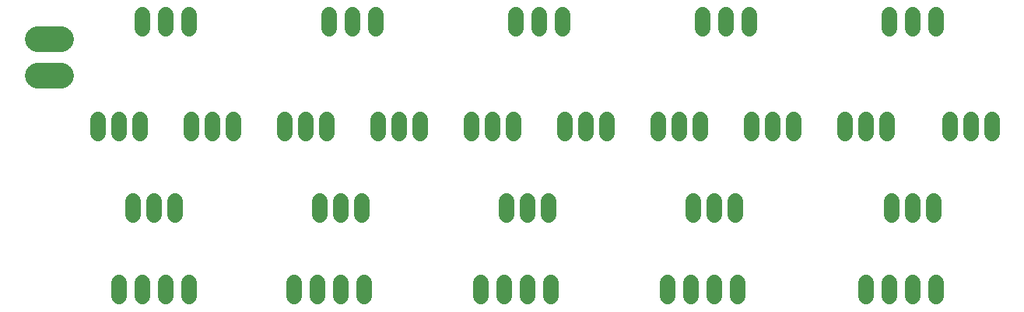
<source format=gbr>
G04 EAGLE Gerber RS-274X export*
G75*
%MOMM*%
%FSLAX34Y34*%
%LPD*%
%INSoldermask Top*%
%IPPOS*%
%AMOC8*
5,1,8,0,0,1.08239X$1,22.5*%
G01*
%ADD10C,1.727200*%
%ADD11C,1.711200*%
%ADD12C,2.753200*%


D10*
X243840Y322580D02*
X243840Y337820D01*
X266700Y337820D02*
X266700Y322580D01*
X289560Y322580D02*
X289560Y337820D01*
X342900Y436880D02*
X342900Y452120D01*
X317500Y452120D02*
X317500Y436880D01*
X292100Y436880D02*
X292100Y452120D01*
D11*
X266700Y159940D02*
X266700Y144860D01*
X292100Y144860D02*
X292100Y159940D01*
X317500Y159940D02*
X317500Y144860D01*
X342900Y144860D02*
X342900Y159940D01*
D10*
X281940Y233680D02*
X281940Y248920D01*
X304800Y248920D02*
X304800Y233680D01*
X327660Y233680D02*
X327660Y248920D01*
X345440Y322580D02*
X345440Y337820D01*
X368300Y337820D02*
X368300Y322580D01*
X391160Y322580D02*
X391160Y337820D01*
X447040Y337820D02*
X447040Y322580D01*
X469900Y322580D02*
X469900Y337820D01*
X492760Y337820D02*
X492760Y322580D01*
X546100Y436880D02*
X546100Y452120D01*
X520700Y452120D02*
X520700Y436880D01*
X495300Y436880D02*
X495300Y452120D01*
D11*
X457200Y159940D02*
X457200Y144860D01*
X482600Y144860D02*
X482600Y159940D01*
X508000Y159940D02*
X508000Y144860D01*
X533400Y144860D02*
X533400Y159940D01*
D10*
X485140Y233680D02*
X485140Y248920D01*
X508000Y248920D02*
X508000Y233680D01*
X530860Y233680D02*
X530860Y248920D01*
X548640Y322580D02*
X548640Y337820D01*
X571500Y337820D02*
X571500Y322580D01*
X594360Y322580D02*
X594360Y337820D01*
X650240Y337820D02*
X650240Y322580D01*
X673100Y322580D02*
X673100Y337820D01*
X695960Y337820D02*
X695960Y322580D01*
X749300Y436880D02*
X749300Y452120D01*
X723900Y452120D02*
X723900Y436880D01*
X698500Y436880D02*
X698500Y452120D01*
D11*
X660400Y159940D02*
X660400Y144860D01*
X685800Y144860D02*
X685800Y159940D01*
X711200Y159940D02*
X711200Y144860D01*
X736600Y144860D02*
X736600Y159940D01*
D10*
X688340Y233680D02*
X688340Y248920D01*
X711200Y248920D02*
X711200Y233680D01*
X734060Y233680D02*
X734060Y248920D01*
X751840Y322580D02*
X751840Y337820D01*
X774700Y337820D02*
X774700Y322580D01*
X797560Y322580D02*
X797560Y337820D01*
X853440Y337820D02*
X853440Y322580D01*
X876300Y322580D02*
X876300Y337820D01*
X899160Y337820D02*
X899160Y322580D01*
X952500Y436880D02*
X952500Y452120D01*
X927100Y452120D02*
X927100Y436880D01*
X901700Y436880D02*
X901700Y452120D01*
D11*
X863600Y159940D02*
X863600Y144860D01*
X889000Y144860D02*
X889000Y159940D01*
X914400Y159940D02*
X914400Y144860D01*
X939800Y144860D02*
X939800Y159940D01*
D10*
X891540Y233680D02*
X891540Y248920D01*
X914400Y248920D02*
X914400Y233680D01*
X937260Y233680D02*
X937260Y248920D01*
X955040Y322580D02*
X955040Y337820D01*
X977900Y337820D02*
X977900Y322580D01*
X1000760Y322580D02*
X1000760Y337820D01*
X1056640Y337820D02*
X1056640Y322580D01*
X1079500Y322580D02*
X1079500Y337820D01*
X1102360Y337820D02*
X1102360Y322580D01*
X1155700Y436880D02*
X1155700Y452120D01*
X1130300Y452120D02*
X1130300Y436880D01*
X1104900Y436880D02*
X1104900Y452120D01*
D11*
X1079500Y159940D02*
X1079500Y144860D01*
X1104900Y144860D02*
X1104900Y159940D01*
X1130300Y159940D02*
X1130300Y144860D01*
X1155700Y144860D02*
X1155700Y159940D01*
D10*
X1107440Y233680D02*
X1107440Y248920D01*
X1130300Y248920D02*
X1130300Y233680D01*
X1153160Y233680D02*
X1153160Y248920D01*
X1170940Y322580D02*
X1170940Y337820D01*
X1193800Y337820D02*
X1193800Y322580D01*
X1216660Y322580D02*
X1216660Y337820D01*
D12*
X203250Y386600D02*
X177750Y386600D01*
X177750Y426200D02*
X203250Y426200D01*
M02*

</source>
